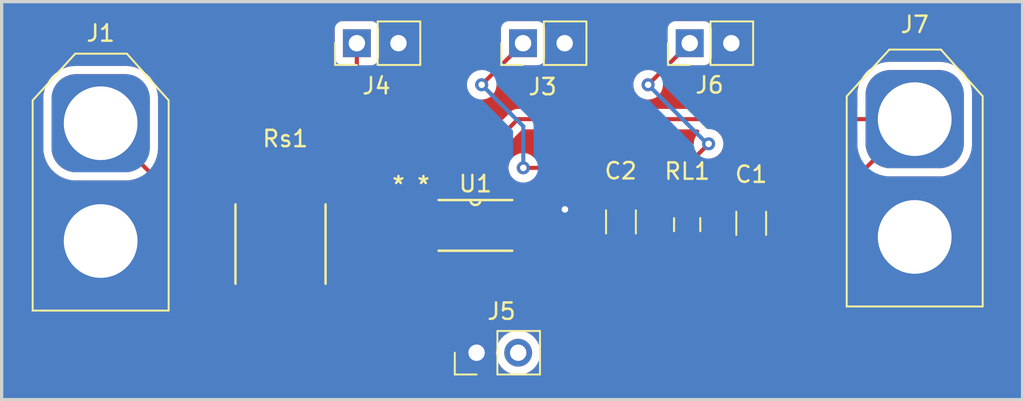
<source format=kicad_pcb>
(kicad_pcb (version 20221018) (generator pcbnew)
  (layers (0 "F.Cu" signal) (31 "B.Cu" signal) (34 "B.Paste" user) (35 "F.Paste" user) (36 "B.SilkS" user "B.Silkscreen") (37 "F.SilkS" user "F.Silkscreen") (38 "B.Mask" user) (39 "F.Mask" user) (44 "Edge.Cuts" user))
  (net 0 "")
  (net 1 "/Vout")
  (net 2 "GND")
  (net 3 "/V-")
  (net 7 "/Batt+")
  (net 8 "/Batt-")
  (footprint "Mechatronic Footprints:AMASS_XT60-F_1x02_P7.20mm_Vertical" (layer "F.Cu") (at 168.674045 88.461822 -90)
    (fp_text reference "J7" (at -5.780962 -0.00416 -180) (layer "F.SilkS"))
    (fp_text value "PLUG BATTERY OUTPUT HERE (XT60)" hide)
    (fp_line (start -4.25 -1.6) (end -4.25 1.55) (stroke (width 0.12)) (layer "F.SilkS"))
    (fp_line (start -4.25 1.55) (end -1.4 4.15) (stroke (width 0.12)) (layer "F.SilkS"))
    (fp_line (start -1.4 -4.15) (end -4.25 -1.6) (stroke (width 0.12)) (layer "F.SilkS"))
    (fp_line (start -1.4 4.15) (end 11.45 4.15) (stroke (width 0.12)) (layer "F.SilkS"))
    (fp_line (start 11.45 -4.15) (end -1.4 -4.15) (stroke (width 0.12)) (layer "F.SilkS"))
    (fp_line (start 11.45 4.15) (end 11.45 -4.15) (stroke (width 0.12)) (layer "F.SilkS"))
    (pad "1" thru_hole roundrect (at 0 0 270) (size 6 6) (drill 4.5) (layers "*.Cu" "*.Mask") (net 8 "/Batt-"))
    (pad "2" thru_hole circle (at 7.2 0 270) (size 6 6) (drill 4.5) (layers "*.Cu" "*.Mask") (net 2 "GND"))
  )
  (footprint "Capacitor_SMD:C_1206_3216Metric" (layer "F.Cu") (at 150.741329 94.738866 -90)
    (fp_text reference "C2" (at -3.112128 0.016213 -180) (layer "F.SilkS"))
    (fp_text value "0.1uF")
    (fp_line (start -0.711252 -0.91) (end 0.711252 -0.91) (stroke (width 0.12)) (layer "F.SilkS"))
    (fp_line (start -0.711252 0.91) (end 0.711252 0.91) (stroke (width 0.12)) (layer "F.SilkS"))
    (pad "1" smd roundrect (at -1.475 0 270) (size 1.15 1.8) (layers "F.Cu" "F.Paste" "F.Mask") (roundrect_rratio 0.2173913043) (net 3 "/V-"))
    (pad "2" smd roundrect (at 1.475 0 270) (size 1.15 1.8) (layers "F.Cu" "F.Paste" "F.Mask") (roundrect_rratio 0.2173913043) (net 2 "GND"))
  )
  (footprint "RC1206FR-13100KL:RESC3216X65" (layer "F.Cu") (at 154.783375 94.909624 -90)
    (fp_text reference "RL1" (at -3.260823 -0.001785 180) (layer "F.SilkS"))
    (fp_text value "100k")
    (fp_line (start -0.4 -0.8) (end 0.4 -0.8) (stroke (width 0.127)) (layer "F.SilkS"))
    (fp_line (start -0.4 0.8) (end 0.4 0.8) (stroke (width 0.127)) (layer "F.SilkS"))
    (pad "1" smd rect (at -1.4 0 270) (size 1.6 1.8) (layers "F.Cu" "F.Paste" "F.Mask") (net 1 "/Vout"))
    (pad "2" smd rect (at 1.4 0 270) (size 1.6 1.8) (layers "F.Cu" "F.Paste" "F.Mask") (net 2 "GND"))
  )
  (footprint "Res_Bourns_CSS2H-3920R-L300F:Bourns-CSS2H-3920R-L300F-MFG" (layer "F.Cu") (at 129.959273 96.098011 90)
    (fp_text reference "Rs1" (at 6.439149 -1.187105 180) (layer "F.SilkS") (effects (justify left)))
    (fp_text value "R_Small_US" hide)
    (fp_line (start -2.425 -2.75) (end 2.425 -2.75) (stroke (width 0.15)) (layer "F.SilkS"))
    (fp_line (start -2.425 2.75) (end 2.425 2.75) (stroke (width 0.15)) (layer "F.SilkS"))
    (pad "1" smd rect (at -4.15 0 90) (size 2.7 6.2) (layers "F.Cu" "F.Paste" "F.Mask") (net 8 "/Batt-"))
    (pad "2" smd rect (at 4.15 0 90) (size 2.7 6.2) (layers "F.Cu" "F.Paste" "F.Mask") (net 7 "/Batt+"))
  )
  (footprint "Capacitor_SMD:C_1206_3216Metric" (layer "F.Cu") (at 158.693078 94.829784 -90)
    (fp_text reference "C1" (at -2.991895 0.004698 -180) (layer "F.SilkS"))
    (fp_text value "80pF")
    (fp_line (start -0.711252 -0.91) (end 0.711252 -0.91) (stroke (width 0.12)) (layer "F.SilkS"))
    (fp_line (start -0.711252 0.91) (end 0.711252 0.91) (stroke (width 0.12)) (layer "F.SilkS"))
    (pad "1" smd roundrect (at -1.475 0 270) (size 1.15 1.8) (layers "F.Cu" "F.Paste" "F.Mask") (roundrect_rratio 0.2173913043) (net 1 "/Vout"))
    (pad "2" smd roundrect (at 1.475 0 270) (size 1.15 1.8) (layers "F.Cu" "F.Paste" "F.Mask") (roundrect_rratio 0.2173913043) (net 2 "GND"))
  )
  (footprint "Connector_PinHeader_2.54mm:PinHeader_1x02_P2.54mm_Vertical" (layer "F.Cu") (at 144.765 83.82 90)
    (fp_text reference "J3" (at -2.663938 1.191153 180) (layer "F.SilkS"))
    (fp_text value "V+/- TEST Header PIN" hide)
    (fp_line (start -1.33 -1.33) (end 0 -1.33) (stroke (width 0.12)) (layer "F.SilkS"))
    (fp_line (start -1.33 0) (end -1.33 -1.33) (stroke (width 0.12)) (layer "F.SilkS"))
    (fp_line (start -1.33 1.27) (end -1.33 3.87) (stroke (width 0.12)) (layer "F.SilkS"))
    (fp_line (start -1.33 1.27) (end 1.33 1.27) (stroke (width 0.12)) (layer "F.SilkS"))
    (fp_line (start -1.33 3.87) (end 1.33 3.87) (stroke (width 0.12)) (layer "F.SilkS"))
    (fp_line (start 1.33 1.27) (end 1.33 3.87) (stroke (width 0.12)) (layer "F.SilkS"))
    (pad "1" thru_hole rect (at 0 0 90) (size 1.7 1.7) (drill 1) (layers "*.Cu" "*.Mask") (net 3 "/V-"))
    (pad "2" thru_hole oval (at 0 2.54 90) (size 1.7 1.7) (drill 1) (layers "*.Cu" "*.Mask"))
  )
  (footprint "Connector_PinHeader_2.54mm:PinHeader_1x02_P2.54mm_Vertical" (layer "F.Cu") (at 134.62 83.82 90)
    (fp_text reference "J4" (at -2.612325 1.194151 180) (layer "F.SilkS"))
    (fp_text value "BAT +TERMINAL TEST HEADER PIN" hide)
    (fp_line (start -1.33 -1.33) (end 0 -1.33) (stroke (width 0.12)) (layer "F.SilkS"))
    (fp_line (start -1.33 0) (end -1.33 -1.33) (stroke (width 0.12)) (layer "F.SilkS"))
    (fp_line (start -1.33 1.27) (end -1.33 3.87) (stroke (width 0.12)) (layer "F.SilkS"))
    (fp_line (start -1.33 1.27) (end 1.33 1.27) (stroke (width 0.12)) (layer "F.SilkS"))
    (fp_line (start -1.33 3.87) (end 1.33 3.87) (stroke (width 0.12)) (layer "F.SilkS"))
    (fp_line (start 1.33 1.27) (end 1.33 3.87) (stroke (width 0.12)) (layer "F.SilkS"))
    (pad "1" thru_hole rect (at 0 0 90) (size 1.7 1.7) (drill 1) (layers "*.Cu" "*.Mask") (net 7 "/Batt+"))
    (pad "2" thru_hole oval (at 0 2.54 90) (size 1.7 1.7) (drill 1) (layers "*.Cu" "*.Mask"))
  )
  (footprint "Mechatronic Footprints:INA139_PW8" (layer "F.Cu") (at 141.859 94.954999)
    (fp_text reference "U1" (at 0 -2.54 unlocked) (layer "F.SilkS"))
    (fp_text value "INA139QPWRQ1")
    (fp_text user "*" (at -4.699 -2.4736) (layer "F.SilkS"))
    (fp_text user "*" (at -3.175 -2.4736 unlocked) (layer "F.SilkS"))
    (fp_line (start -2.2479 1.5494) (end 2.2479 1.5494) (stroke (width 0.1524)) (layer "F.SilkS"))
    (fp_line (start 2.2479 -1.5494) (end -2.2479 -1.5494) (stroke (width 0.1524)) (layer "F.SilkS"))
    (fp_arc (start 0.3048 -1.5494) (mid 0 -1.2446) (end -0.3048 -1.5494) (stroke (width 0.1524)) (layer "F.SilkS"))
    (pad "1" smd rect (at -2.921 -0.974999) (size 1.4732 0.3556) (layers "F.Cu" "F.Paste" "F.Mask") (net 8 "/Batt-"))
    (pad "2" smd rect (at -2.921 -0.325001) (size 1.4732 0.3556) (layers "F.Cu" "F.Paste" "F.Mask") (net 7 "/Batt+"))
    (pad "3" smd rect (at -2.921 0.325001) (size 1.4732 0.3556) (layers "F.Cu" "F.Paste" "F.Mask"))
    (pad "4" smd rect (at -2.921 0.974999) (size 1.4732 0.3556) (layers "F.Cu" "F.Paste" "F.Mask") (net 2 "GND"))
    (pad "5" smd rect (at 2.921 0.974999) (size 1.4732 0.3556) (layers "F.Cu" "F.Paste" "F.Mask"))
    (pad "6" smd rect (at 2.921 0.325001) (size 1.4732 0.3556) (layers "F.Cu" "F.Paste" "F.Mask") (net 1 "/Vout"))
    (pad "7" smd rect (at 2.921 -0.325001) (size 1.4732 0.3556) (layers "F.Cu" "F.Paste" "F.Mask"))
    (pad "8" smd rect (at 2.921 -0.974999) (size 1.4732 0.3556) (layers "F.Cu" "F.Paste" "F.Mask") (net 3 "/V-"))
  )
  (footprint "Mechatronic Footprints:AMASS_XT60-M_1x02_P7.20mm_Vertical" (layer "F.Cu") (at 118.980936 88.710973 -90)
    (fp_text reference "J1" (at -5.5 0) (layer "F.SilkS"))
    (fp_text value "PLUG INPUT BATTERY IN HERE (XT60)" hide)
    (fp_line (start -4.25 -1.6) (end -4.25 1.55) (stroke (width 0.12)) (layer "F.SilkS"))
    (fp_line (start -4.25 1.55) (end -1.4 4.15) (stroke (width 0.12)) (layer "F.SilkS"))
    (fp_line (start -1.4 -4.15) (end -4.25 -1.6) (stroke (width 0.12)) (layer "F.SilkS"))
    (fp_line (start -1.4 4.15) (end 11.45 4.15) (stroke (width 0.12)) (layer "F.SilkS"))
    (fp_line (start 11.45 -4.15) (end -1.4 -4.15) (stroke (width 0.12)) (layer "F.SilkS"))
    (fp_line (start 11.45 4.15) (end 11.45 -4.15) (stroke (width 0.12)) (layer "F.SilkS"))
    (pad "1" thru_hole roundrect (at 0 0 270) (size 6 6) (drill 4.5) (layers "*.Cu" "*.Mask") (net 7 "/Batt+"))
    (pad "2" thru_hole circle (at 7.2 0 270) (size 6 6) (drill 4.5) (layers "*.Cu" "*.Mask") (net 2 "GND"))
  )
  (footprint "Connector_PinHeader_2.54mm:PinHeader_1x02_P2.54mm_Vertical" (layer "F.Cu") (at 141.928963 102.7388 90)
    (fp_text reference "J5" (at 2.527097 1.520638 180) (layer "F.SilkS"))
    (fp_text value "HEADER PIN FOR TEST" hide)
    (fp_line (start -1.33 -1.33) (end 0 -1.33) (stroke (width 0.12)) (layer "F.SilkS"))
    (fp_line (start -1.33 0) (end -1.33 -1.33) (stroke (width 0.12)) (layer "F.SilkS"))
    (fp_line (start -1.33 1.27) (end -1.33 3.87) (stroke (width 0.12)) (layer "F.SilkS"))
    (fp_line (start -1.33 1.27) (end 1.33 1.27) (stroke (width 0.12)) (layer "F.SilkS"))
    (fp_line (start -1.33 3.87) (end 1.33 3.87) (stroke (width 0.12)) (layer "F.SilkS"))
    (fp_line (start 1.33 1.27) (end 1.33 3.87) (stroke (width 0.12)) (layer "F.SilkS"))
    (pad "1" thru_hole rect (at 0 0 90) (size 1.7 1.7) (drill 1) (layers "*.Cu" "*.Mask") (net 2 "GND"))
    (pad "2" thru_hole oval (at 0 2.54 90) (size 1.7 1.7) (drill 1) (layers "*.Cu" "*.Mask"))
  )
  (footprint "Connector_PinHeader_2.54mm:PinHeader_1x02_P2.54mm_Vertical" (layer "F.Cu") (at 154.94 83.82 90)
    (fp_text reference "J6" (at -2.560712 1.209769 180) (layer "F.SilkS"))
    (fp_text value "to MCU GPIO PIN" hide)
    (fp_line (start -1.33 -1.33) (end 0 -1.33) (stroke (width 0.12)) (layer "F.SilkS"))
    (fp_line (start -1.33 0) (end -1.33 -1.33) (stroke (width 0.12)) (layer "F.SilkS"))
    (fp_line (start -1.33 1.27) (end -1.33 3.87) (stroke (width 0.12)) (layer "F.SilkS"))
    (fp_line (start -1.33 1.27) (end 1.33 1.27) (stroke (width 0.12)) (layer "F.SilkS"))
    (fp_line (start -1.33 3.87) (end 1.33 3.87) (stroke (width 0.12)) (layer "F.SilkS"))
    (fp_line (start 1.33 1.27) (end 1.33 3.87) (stroke (width 0.12)) (layer "F.SilkS"))
    (pad "1" thru_hole rect (at 0 0 90) (size 1.7 1.7) (drill 1) (layers "*.Cu" "*.Mask") (net 1 "/Vout"))
    (pad "2" thru_hole oval (at 0 2.54 90) (size 1.7 1.7) (drill 1) (layers "*.Cu" "*.Mask"))
  )
  (gr_rect (start 112.936153 81.28) (end 175.26 105.606478) (stroke (width 0.2)) (fill none) (layer "Edge.Cuts"))
  (segment (start 154.94 83.82) (end 152.4 86.36) (width 0.25) (layer "F.Cu") (net 1))
  (segment (start 144.78 95.28) (end 153.012999 95.28) (width 0.25) (layer "F.Cu") (net 1))
  (segment (start 154.783375 91.280433) (end 154.783375 93.509624) (width 0.25) (layer "F.Cu") (net 1))
  (segment (start 153.012999 95.28) (end 154.783375 93.509624) (width 0.25) (layer "F.Cu") (net 1))
  (segment (start 158.538238 93.509624) (end 158.693078 93.354784) (width 0.25) (layer "F.Cu") (net 1))
  (segment (start 154.783375 93.509624) (end 158.538238 93.509624) (width 0.25) (layer "F.Cu") (net 1))
  (segment (start 156.092299 89.971509) (end 154.783375 91.280433) (width 0.25) (layer "F.Cu") (net 1))
  (via (at 152.4 86.36) (size 0.8) (drill 0.4) (layers "F.Cu" "B.Cu") (net 1))
  (via (at 156.092299 89.971509) (size 0.8) (drill 0.4) (layers "F.Cu" "B.Cu") (net 1))
  (segment (start 156.011509 89.971509) (end 156.092299 89.971509) (width 0.25) (layer "B.Cu") (net 1))
  (segment (start 152.4 86.36) (end 156.011509 89.971509) (width 0.25) (layer "B.Cu") (net 1))
  (via (at 147.32 93.98) (size 0.8) (drill 0.4) (layers "F.Cu" "B.Cu") (net 2))
  (segment (start 144.78 93.98) (end 147.32 91.44) (width 0.25) (layer "F.Cu") (net 3))
  (segment (start 144.765 83.835) (end 142.24 86.36) (width 0.25) (layer "F.Cu") (net 3))
  (segment (start 144.78 91.44) (end 148.917463 91.44) (width 0.25) (layer "F.Cu") (net 3))
  (segment (start 144.765 83.82) (end 144.765 83.835) (width 0.25) (layer "F.Cu") (net 3))
  (segment (start 147.32 91.44) (end 148.917463 91.44) (width 0.25) (layer "F.Cu") (net 3))
  (segment (start 148.917463 91.44) (end 150.741329 93.263866) (width 0.25) (layer "F.Cu") (net 3))
  (via (at 142.24 86.36) (size 0.8) (drill 0.4) (layers "F.Cu" "B.Cu") (net 3))
  (via (at 144.78 91.44) (size 0.8) (drill 0.4) (layers "F.Cu" "B.Cu") (net 3))
  (segment (start 144.78 88.9) (end 144.78 91.44) (width 0.25) (layer "B.Cu") (net 3))
  (segment (start 142.24 86.36) (end 144.78 88.9) (width 0.25) (layer "B.Cu") (net 3))
  (segment (start 129.959273 91.948011) (end 132.64126 94.629998) (width 0.25) (layer "F.Cu") (net 7))
  (segment (start 134.62 87.287284) (end 129.959273 91.948011) (width 0.25) (layer "F.Cu") (net 7))
  (segment (start 132.64126 94.629998) (end 138.938 94.629998) (width 0.25) (layer "F.Cu") (net 7))
  (segment (start 122.217974 91.948011) (end 129.959273 91.948011) (width 0.25) (layer "F.Cu") (net 7))
  (segment (start 134.62 83.82) (end 134.62 87.287284) (width 0.25) (layer "F.Cu") (net 7))
  (segment (start 118.980936 88.710973) (end 122.217974 91.948011) (width 0.25) (layer "F.Cu") (net 7))
  (segment (start 156.887856 100.248011) (end 168.674045 88.461822) (width 0.25) (layer "F.Cu") (net 8))
  (segment (start 144.456178 88.461822) (end 138.938 93.98) (width 0.25) (layer "F.Cu") (net 8))
  (segment (start 129.959273 100.248011) (end 156.887856 100.248011) (width 0.25) (layer "F.Cu") (net 8))
  (segment (start 168.674045 88.461822) (end 144.456178 88.461822) (width 0.25) (layer "F.Cu") (net 8))
  (zone (net 2) (net_name "GND") (layers "F&B.Cu") (connect_pads yes (clearance 0.5)) (min_thickness 0.25) (fill yes (thermal_gap 0.5) (thermal_bridge_width 0.5))
    (polygon (pts (xy 112.936153 81.28) (xy 175.26 81.28) (xy 175.26 105.606478) (xy 112.936153 105.606478)))
  )
)
</source>
